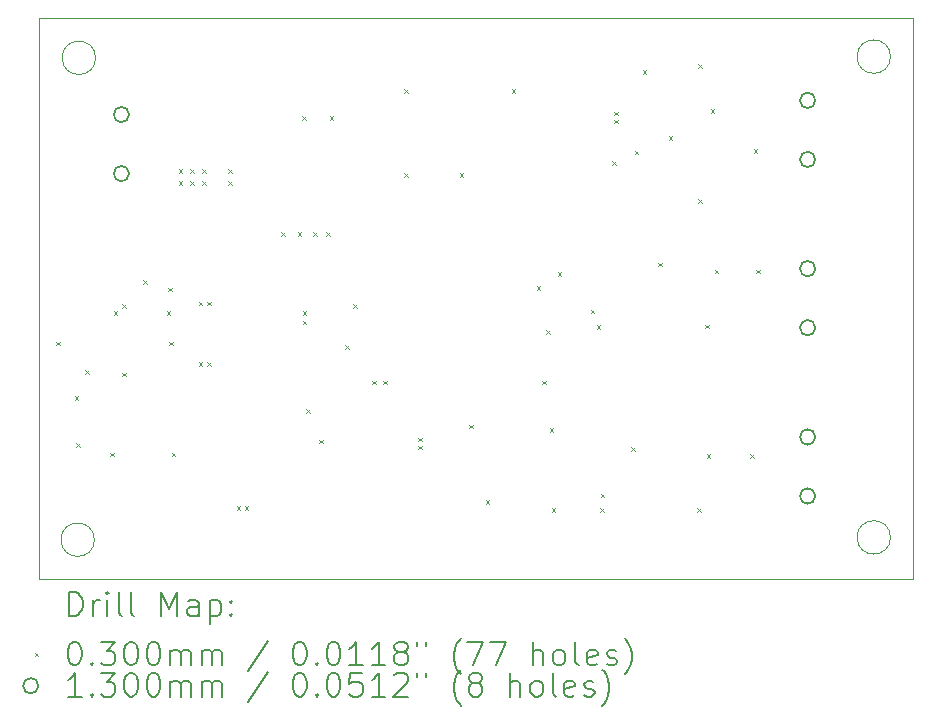
<source format=gbr>
%TF.GenerationSoftware,KiCad,Pcbnew,8.0.6*%
%TF.CreationDate,2024-11-16T21:15:43-08:00*%
%TF.ProjectId,CAN_adc,43414e5f-6164-4632-9e6b-696361645f70,rev?*%
%TF.SameCoordinates,Original*%
%TF.FileFunction,Drillmap*%
%TF.FilePolarity,Positive*%
%FSLAX45Y45*%
G04 Gerber Fmt 4.5, Leading zero omitted, Abs format (unit mm)*
G04 Created by KiCad (PCBNEW 8.0.6) date 2024-11-16 21:15:43*
%MOMM*%
%LPD*%
G01*
G04 APERTURE LIST*
%ADD10C,0.050000*%
%ADD11C,0.200000*%
%ADD12C,0.100000*%
%ADD13C,0.130000*%
G04 APERTURE END LIST*
D10*
X7481421Y-5340000D02*
G75*
G02*
X7198579Y-5340000I-141421J0D01*
G01*
X7198579Y-5340000D02*
G75*
G02*
X7481421Y-5340000I141421J0D01*
G01*
X14211421Y-9400000D02*
G75*
G02*
X13928579Y-9400000I-141421J0D01*
G01*
X13928579Y-9400000D02*
G75*
G02*
X14211421Y-9400000I141421J0D01*
G01*
X7471421Y-9420000D02*
G75*
G02*
X7188579Y-9420000I-141421J0D01*
G01*
X7188579Y-9420000D02*
G75*
G02*
X7471421Y-9420000I141421J0D01*
G01*
X14211421Y-5330000D02*
G75*
G02*
X13928579Y-5330000I-141421J0D01*
G01*
X13928579Y-5330000D02*
G75*
G02*
X14211421Y-5330000I141421J0D01*
G01*
X7000000Y-5000000D02*
X14400000Y-5000000D01*
X14400000Y-9750000D01*
X7000000Y-9750000D01*
X7000000Y-5000000D01*
D11*
D12*
X7147013Y-7742000D02*
X7177013Y-7772000D01*
X7177013Y-7742000D02*
X7147013Y-7772000D01*
X7307013Y-8202987D02*
X7337013Y-8232987D01*
X7337013Y-8202987D02*
X7307013Y-8232987D01*
X7318125Y-8601875D02*
X7348125Y-8631875D01*
X7348125Y-8601875D02*
X7318125Y-8631875D01*
X7395000Y-7985000D02*
X7425000Y-8015000D01*
X7425000Y-7985000D02*
X7395000Y-8015000D01*
X7605000Y-8685000D02*
X7635000Y-8715000D01*
X7635000Y-8685000D02*
X7605000Y-8715000D01*
X7635000Y-7485000D02*
X7665000Y-7515000D01*
X7665000Y-7485000D02*
X7635000Y-7515000D01*
X7705000Y-7425000D02*
X7735000Y-7455000D01*
X7735000Y-7425000D02*
X7705000Y-7455000D01*
X7705000Y-8005000D02*
X7735000Y-8035000D01*
X7735000Y-8005000D02*
X7705000Y-8035000D01*
X7885000Y-7225000D02*
X7915000Y-7255000D01*
X7915000Y-7225000D02*
X7885000Y-7255000D01*
X8085000Y-7485000D02*
X8115000Y-7515000D01*
X8115000Y-7485000D02*
X8085000Y-7515000D01*
X8095000Y-7285000D02*
X8125000Y-7315000D01*
X8125000Y-7285000D02*
X8095000Y-7315000D01*
X8105000Y-7745000D02*
X8135000Y-7775000D01*
X8135000Y-7745000D02*
X8105000Y-7775000D01*
X8125000Y-8685000D02*
X8155000Y-8715000D01*
X8155000Y-8685000D02*
X8125000Y-8715000D01*
X8185000Y-6285000D02*
X8215000Y-6315000D01*
X8215000Y-6285000D02*
X8185000Y-6315000D01*
X8185000Y-6385000D02*
X8215000Y-6415000D01*
X8215000Y-6385000D02*
X8185000Y-6415000D01*
X8285000Y-6285000D02*
X8315000Y-6315000D01*
X8315000Y-6285000D02*
X8285000Y-6315000D01*
X8285000Y-6385000D02*
X8315000Y-6415000D01*
X8315000Y-6385000D02*
X8285000Y-6415000D01*
X8355000Y-7405000D02*
X8385000Y-7435000D01*
X8385000Y-7405000D02*
X8355000Y-7435000D01*
X8355000Y-7915000D02*
X8385000Y-7945000D01*
X8385000Y-7915000D02*
X8355000Y-7945000D01*
X8385000Y-6285000D02*
X8415000Y-6315000D01*
X8415000Y-6285000D02*
X8385000Y-6315000D01*
X8385000Y-6385000D02*
X8415000Y-6415000D01*
X8415000Y-6385000D02*
X8385000Y-6415000D01*
X8425000Y-7405000D02*
X8455000Y-7435000D01*
X8455000Y-7405000D02*
X8425000Y-7435000D01*
X8425000Y-7915000D02*
X8455000Y-7945000D01*
X8455000Y-7915000D02*
X8425000Y-7945000D01*
X8605000Y-6285000D02*
X8635000Y-6315000D01*
X8635000Y-6285000D02*
X8605000Y-6315000D01*
X8605000Y-6385000D02*
X8635000Y-6415000D01*
X8635000Y-6385000D02*
X8605000Y-6415000D01*
X8675000Y-9135000D02*
X8705000Y-9165000D01*
X8705000Y-9135000D02*
X8675000Y-9165000D01*
X8745000Y-9135000D02*
X8775000Y-9165000D01*
X8775000Y-9135000D02*
X8745000Y-9165000D01*
X9055000Y-6815000D02*
X9085000Y-6845000D01*
X9085000Y-6815000D02*
X9055000Y-6845000D01*
X9195000Y-6815000D02*
X9225000Y-6845000D01*
X9225000Y-6815000D02*
X9195000Y-6845000D01*
X9230000Y-5835000D02*
X9260000Y-5865000D01*
X9260000Y-5835000D02*
X9230000Y-5865000D01*
X9235000Y-7485000D02*
X9265000Y-7515000D01*
X9265000Y-7485000D02*
X9235000Y-7515000D01*
X9235000Y-7565000D02*
X9265000Y-7595000D01*
X9265000Y-7565000D02*
X9235000Y-7595000D01*
X9265000Y-8315000D02*
X9295000Y-8345000D01*
X9295000Y-8315000D02*
X9265000Y-8345000D01*
X9325000Y-6815000D02*
X9355000Y-6845000D01*
X9355000Y-6815000D02*
X9325000Y-6845000D01*
X9375000Y-8575000D02*
X9405000Y-8605000D01*
X9405000Y-8575000D02*
X9375000Y-8605000D01*
X9435000Y-6815000D02*
X9465000Y-6845000D01*
X9465000Y-6815000D02*
X9435000Y-6845000D01*
X9465000Y-5835000D02*
X9495000Y-5865000D01*
X9495000Y-5835000D02*
X9465000Y-5865000D01*
X9595000Y-7775000D02*
X9625000Y-7805000D01*
X9625000Y-7775000D02*
X9595000Y-7805000D01*
X9665000Y-7425000D02*
X9695000Y-7455000D01*
X9695000Y-7425000D02*
X9665000Y-7455000D01*
X9825000Y-8075000D02*
X9855000Y-8105000D01*
X9855000Y-8075000D02*
X9825000Y-8105000D01*
X9915000Y-8075000D02*
X9945000Y-8105000D01*
X9945000Y-8075000D02*
X9915000Y-8105000D01*
X10095000Y-5603750D02*
X10125000Y-5633750D01*
X10125000Y-5603750D02*
X10095000Y-5633750D01*
X10095000Y-6317500D02*
X10125000Y-6347500D01*
X10125000Y-6317500D02*
X10095000Y-6347500D01*
X10215000Y-8555000D02*
X10245000Y-8585000D01*
X10245000Y-8555000D02*
X10215000Y-8585000D01*
X10215000Y-8625000D02*
X10245000Y-8655000D01*
X10245000Y-8625000D02*
X10215000Y-8655000D01*
X10565000Y-6315000D02*
X10595000Y-6345000D01*
X10595000Y-6315000D02*
X10565000Y-6345000D01*
X10645000Y-8445000D02*
X10675000Y-8475000D01*
X10675000Y-8445000D02*
X10645000Y-8475000D01*
X10785000Y-9085000D02*
X10815000Y-9115000D01*
X10815000Y-9085000D02*
X10785000Y-9115000D01*
X11005000Y-5605000D02*
X11035000Y-5635000D01*
X11035000Y-5605000D02*
X11005000Y-5635000D01*
X11215000Y-7275000D02*
X11245000Y-7305000D01*
X11245000Y-7275000D02*
X11215000Y-7305000D01*
X11265000Y-8075000D02*
X11295000Y-8105000D01*
X11295000Y-8075000D02*
X11265000Y-8105000D01*
X11295000Y-7645000D02*
X11325000Y-7675000D01*
X11325000Y-7645000D02*
X11295000Y-7675000D01*
X11325000Y-8475000D02*
X11355000Y-8505000D01*
X11355000Y-8475000D02*
X11325000Y-8505000D01*
X11345000Y-9155000D02*
X11375000Y-9185000D01*
X11375000Y-9155000D02*
X11345000Y-9185000D01*
X11395000Y-7155000D02*
X11425000Y-7185000D01*
X11425000Y-7155000D02*
X11395000Y-7185000D01*
X11675000Y-7471500D02*
X11705000Y-7501500D01*
X11705000Y-7471500D02*
X11675000Y-7501500D01*
X11725000Y-7605000D02*
X11755000Y-7635000D01*
X11755000Y-7605000D02*
X11725000Y-7635000D01*
X11755000Y-9155000D02*
X11785000Y-9185000D01*
X11785000Y-9155000D02*
X11755000Y-9185000D01*
X11760000Y-9030000D02*
X11790000Y-9060000D01*
X11790000Y-9030000D02*
X11760000Y-9060000D01*
X11855000Y-6215000D02*
X11885000Y-6245000D01*
X11885000Y-6215000D02*
X11855000Y-6245000D01*
X11875000Y-5795000D02*
X11905000Y-5825000D01*
X11905000Y-5795000D02*
X11875000Y-5825000D01*
X11875000Y-5865000D02*
X11905000Y-5895000D01*
X11905000Y-5865000D02*
X11875000Y-5895000D01*
X12015000Y-8635000D02*
X12045000Y-8665000D01*
X12045000Y-8635000D02*
X12015000Y-8665000D01*
X12045000Y-6125000D02*
X12075000Y-6155000D01*
X12075000Y-6125000D02*
X12045000Y-6155000D01*
X12115000Y-5445000D02*
X12145000Y-5475000D01*
X12145000Y-5445000D02*
X12115000Y-5475000D01*
X12245000Y-7075000D02*
X12275000Y-7105000D01*
X12275000Y-7075000D02*
X12245000Y-7105000D01*
X12335000Y-6005000D02*
X12365000Y-6035000D01*
X12365000Y-6005000D02*
X12335000Y-6035000D01*
X12575000Y-9155000D02*
X12605000Y-9185000D01*
X12605000Y-9155000D02*
X12575000Y-9185000D01*
X12585000Y-5395000D02*
X12615000Y-5425000D01*
X12615000Y-5395000D02*
X12585000Y-5425000D01*
X12585000Y-6535000D02*
X12615000Y-6565000D01*
X12615000Y-6535000D02*
X12585000Y-6565000D01*
X12641500Y-7598500D02*
X12671500Y-7628500D01*
X12671500Y-7598500D02*
X12641500Y-7628500D01*
X12657500Y-8695000D02*
X12687500Y-8725000D01*
X12687500Y-8695000D02*
X12657500Y-8725000D01*
X12688750Y-5775000D02*
X12718750Y-5805000D01*
X12718750Y-5775000D02*
X12688750Y-5805000D01*
X12725000Y-7135000D02*
X12755000Y-7165000D01*
X12755000Y-7135000D02*
X12725000Y-7165000D01*
X13025000Y-8695000D02*
X13055000Y-8725000D01*
X13055000Y-8695000D02*
X13025000Y-8725000D01*
X13055000Y-6115000D02*
X13085000Y-6145000D01*
X13085000Y-6115000D02*
X13055000Y-6145000D01*
X13075000Y-7135000D02*
X13105000Y-7165000D01*
X13105000Y-7135000D02*
X13075000Y-7165000D01*
D13*
X7765000Y-5820000D02*
G75*
G02*
X7635000Y-5820000I-65000J0D01*
G01*
X7635000Y-5820000D02*
G75*
G02*
X7765000Y-5820000I65000J0D01*
G01*
X7765000Y-6320000D02*
G75*
G02*
X7635000Y-6320000I-65000J0D01*
G01*
X7635000Y-6320000D02*
G75*
G02*
X7765000Y-6320000I65000J0D01*
G01*
X13575000Y-5700000D02*
G75*
G02*
X13445000Y-5700000I-65000J0D01*
G01*
X13445000Y-5700000D02*
G75*
G02*
X13575000Y-5700000I65000J0D01*
G01*
X13575000Y-6200000D02*
G75*
G02*
X13445000Y-6200000I-65000J0D01*
G01*
X13445000Y-6200000D02*
G75*
G02*
X13575000Y-6200000I65000J0D01*
G01*
X13575000Y-7125000D02*
G75*
G02*
X13445000Y-7125000I-65000J0D01*
G01*
X13445000Y-7125000D02*
G75*
G02*
X13575000Y-7125000I65000J0D01*
G01*
X13575000Y-7625000D02*
G75*
G02*
X13445000Y-7625000I-65000J0D01*
G01*
X13445000Y-7625000D02*
G75*
G02*
X13575000Y-7625000I65000J0D01*
G01*
X13575000Y-8550000D02*
G75*
G02*
X13445000Y-8550000I-65000J0D01*
G01*
X13445000Y-8550000D02*
G75*
G02*
X13575000Y-8550000I65000J0D01*
G01*
X13575000Y-9050000D02*
G75*
G02*
X13445000Y-9050000I-65000J0D01*
G01*
X13445000Y-9050000D02*
G75*
G02*
X13575000Y-9050000I65000J0D01*
G01*
D11*
X7258277Y-10063984D02*
X7258277Y-9863984D01*
X7258277Y-9863984D02*
X7305896Y-9863984D01*
X7305896Y-9863984D02*
X7334467Y-9873508D01*
X7334467Y-9873508D02*
X7353515Y-9892555D01*
X7353515Y-9892555D02*
X7363039Y-9911603D01*
X7363039Y-9911603D02*
X7372562Y-9949698D01*
X7372562Y-9949698D02*
X7372562Y-9978270D01*
X7372562Y-9978270D02*
X7363039Y-10016365D01*
X7363039Y-10016365D02*
X7353515Y-10035412D01*
X7353515Y-10035412D02*
X7334467Y-10054460D01*
X7334467Y-10054460D02*
X7305896Y-10063984D01*
X7305896Y-10063984D02*
X7258277Y-10063984D01*
X7458277Y-10063984D02*
X7458277Y-9930650D01*
X7458277Y-9968746D02*
X7467801Y-9949698D01*
X7467801Y-9949698D02*
X7477324Y-9940174D01*
X7477324Y-9940174D02*
X7496372Y-9930650D01*
X7496372Y-9930650D02*
X7515420Y-9930650D01*
X7582086Y-10063984D02*
X7582086Y-9930650D01*
X7582086Y-9863984D02*
X7572562Y-9873508D01*
X7572562Y-9873508D02*
X7582086Y-9883031D01*
X7582086Y-9883031D02*
X7591610Y-9873508D01*
X7591610Y-9873508D02*
X7582086Y-9863984D01*
X7582086Y-9863984D02*
X7582086Y-9883031D01*
X7705896Y-10063984D02*
X7686848Y-10054460D01*
X7686848Y-10054460D02*
X7677324Y-10035412D01*
X7677324Y-10035412D02*
X7677324Y-9863984D01*
X7810658Y-10063984D02*
X7791610Y-10054460D01*
X7791610Y-10054460D02*
X7782086Y-10035412D01*
X7782086Y-10035412D02*
X7782086Y-9863984D01*
X8039229Y-10063984D02*
X8039229Y-9863984D01*
X8039229Y-9863984D02*
X8105896Y-10006841D01*
X8105896Y-10006841D02*
X8172562Y-9863984D01*
X8172562Y-9863984D02*
X8172562Y-10063984D01*
X8353515Y-10063984D02*
X8353515Y-9959222D01*
X8353515Y-9959222D02*
X8343991Y-9940174D01*
X8343991Y-9940174D02*
X8324943Y-9930650D01*
X8324943Y-9930650D02*
X8286848Y-9930650D01*
X8286848Y-9930650D02*
X8267801Y-9940174D01*
X8353515Y-10054460D02*
X8334467Y-10063984D01*
X8334467Y-10063984D02*
X8286848Y-10063984D01*
X8286848Y-10063984D02*
X8267801Y-10054460D01*
X8267801Y-10054460D02*
X8258277Y-10035412D01*
X8258277Y-10035412D02*
X8258277Y-10016365D01*
X8258277Y-10016365D02*
X8267801Y-9997317D01*
X8267801Y-9997317D02*
X8286848Y-9987793D01*
X8286848Y-9987793D02*
X8334467Y-9987793D01*
X8334467Y-9987793D02*
X8353515Y-9978270D01*
X8448753Y-9930650D02*
X8448753Y-10130650D01*
X8448753Y-9940174D02*
X8467801Y-9930650D01*
X8467801Y-9930650D02*
X8505896Y-9930650D01*
X8505896Y-9930650D02*
X8524944Y-9940174D01*
X8524944Y-9940174D02*
X8534467Y-9949698D01*
X8534467Y-9949698D02*
X8543991Y-9968746D01*
X8543991Y-9968746D02*
X8543991Y-10025889D01*
X8543991Y-10025889D02*
X8534467Y-10044936D01*
X8534467Y-10044936D02*
X8524944Y-10054460D01*
X8524944Y-10054460D02*
X8505896Y-10063984D01*
X8505896Y-10063984D02*
X8467801Y-10063984D01*
X8467801Y-10063984D02*
X8448753Y-10054460D01*
X8629705Y-10044936D02*
X8639229Y-10054460D01*
X8639229Y-10054460D02*
X8629705Y-10063984D01*
X8629705Y-10063984D02*
X8620182Y-10054460D01*
X8620182Y-10054460D02*
X8629705Y-10044936D01*
X8629705Y-10044936D02*
X8629705Y-10063984D01*
X8629705Y-9940174D02*
X8639229Y-9949698D01*
X8639229Y-9949698D02*
X8629705Y-9959222D01*
X8629705Y-9959222D02*
X8620182Y-9949698D01*
X8620182Y-9949698D02*
X8629705Y-9940174D01*
X8629705Y-9940174D02*
X8629705Y-9959222D01*
D12*
X6967500Y-10377500D02*
X6997500Y-10407500D01*
X6997500Y-10377500D02*
X6967500Y-10407500D01*
D11*
X7296372Y-10283984D02*
X7315420Y-10283984D01*
X7315420Y-10283984D02*
X7334467Y-10293508D01*
X7334467Y-10293508D02*
X7343991Y-10303031D01*
X7343991Y-10303031D02*
X7353515Y-10322079D01*
X7353515Y-10322079D02*
X7363039Y-10360174D01*
X7363039Y-10360174D02*
X7363039Y-10407793D01*
X7363039Y-10407793D02*
X7353515Y-10445889D01*
X7353515Y-10445889D02*
X7343991Y-10464936D01*
X7343991Y-10464936D02*
X7334467Y-10474460D01*
X7334467Y-10474460D02*
X7315420Y-10483984D01*
X7315420Y-10483984D02*
X7296372Y-10483984D01*
X7296372Y-10483984D02*
X7277324Y-10474460D01*
X7277324Y-10474460D02*
X7267801Y-10464936D01*
X7267801Y-10464936D02*
X7258277Y-10445889D01*
X7258277Y-10445889D02*
X7248753Y-10407793D01*
X7248753Y-10407793D02*
X7248753Y-10360174D01*
X7248753Y-10360174D02*
X7258277Y-10322079D01*
X7258277Y-10322079D02*
X7267801Y-10303031D01*
X7267801Y-10303031D02*
X7277324Y-10293508D01*
X7277324Y-10293508D02*
X7296372Y-10283984D01*
X7448753Y-10464936D02*
X7458277Y-10474460D01*
X7458277Y-10474460D02*
X7448753Y-10483984D01*
X7448753Y-10483984D02*
X7439229Y-10474460D01*
X7439229Y-10474460D02*
X7448753Y-10464936D01*
X7448753Y-10464936D02*
X7448753Y-10483984D01*
X7524943Y-10283984D02*
X7648753Y-10283984D01*
X7648753Y-10283984D02*
X7582086Y-10360174D01*
X7582086Y-10360174D02*
X7610658Y-10360174D01*
X7610658Y-10360174D02*
X7629705Y-10369698D01*
X7629705Y-10369698D02*
X7639229Y-10379222D01*
X7639229Y-10379222D02*
X7648753Y-10398270D01*
X7648753Y-10398270D02*
X7648753Y-10445889D01*
X7648753Y-10445889D02*
X7639229Y-10464936D01*
X7639229Y-10464936D02*
X7629705Y-10474460D01*
X7629705Y-10474460D02*
X7610658Y-10483984D01*
X7610658Y-10483984D02*
X7553515Y-10483984D01*
X7553515Y-10483984D02*
X7534467Y-10474460D01*
X7534467Y-10474460D02*
X7524943Y-10464936D01*
X7772562Y-10283984D02*
X7791610Y-10283984D01*
X7791610Y-10283984D02*
X7810658Y-10293508D01*
X7810658Y-10293508D02*
X7820182Y-10303031D01*
X7820182Y-10303031D02*
X7829705Y-10322079D01*
X7829705Y-10322079D02*
X7839229Y-10360174D01*
X7839229Y-10360174D02*
X7839229Y-10407793D01*
X7839229Y-10407793D02*
X7829705Y-10445889D01*
X7829705Y-10445889D02*
X7820182Y-10464936D01*
X7820182Y-10464936D02*
X7810658Y-10474460D01*
X7810658Y-10474460D02*
X7791610Y-10483984D01*
X7791610Y-10483984D02*
X7772562Y-10483984D01*
X7772562Y-10483984D02*
X7753515Y-10474460D01*
X7753515Y-10474460D02*
X7743991Y-10464936D01*
X7743991Y-10464936D02*
X7734467Y-10445889D01*
X7734467Y-10445889D02*
X7724943Y-10407793D01*
X7724943Y-10407793D02*
X7724943Y-10360174D01*
X7724943Y-10360174D02*
X7734467Y-10322079D01*
X7734467Y-10322079D02*
X7743991Y-10303031D01*
X7743991Y-10303031D02*
X7753515Y-10293508D01*
X7753515Y-10293508D02*
X7772562Y-10283984D01*
X7963039Y-10283984D02*
X7982086Y-10283984D01*
X7982086Y-10283984D02*
X8001134Y-10293508D01*
X8001134Y-10293508D02*
X8010658Y-10303031D01*
X8010658Y-10303031D02*
X8020182Y-10322079D01*
X8020182Y-10322079D02*
X8029705Y-10360174D01*
X8029705Y-10360174D02*
X8029705Y-10407793D01*
X8029705Y-10407793D02*
X8020182Y-10445889D01*
X8020182Y-10445889D02*
X8010658Y-10464936D01*
X8010658Y-10464936D02*
X8001134Y-10474460D01*
X8001134Y-10474460D02*
X7982086Y-10483984D01*
X7982086Y-10483984D02*
X7963039Y-10483984D01*
X7963039Y-10483984D02*
X7943991Y-10474460D01*
X7943991Y-10474460D02*
X7934467Y-10464936D01*
X7934467Y-10464936D02*
X7924943Y-10445889D01*
X7924943Y-10445889D02*
X7915420Y-10407793D01*
X7915420Y-10407793D02*
X7915420Y-10360174D01*
X7915420Y-10360174D02*
X7924943Y-10322079D01*
X7924943Y-10322079D02*
X7934467Y-10303031D01*
X7934467Y-10303031D02*
X7943991Y-10293508D01*
X7943991Y-10293508D02*
X7963039Y-10283984D01*
X8115420Y-10483984D02*
X8115420Y-10350650D01*
X8115420Y-10369698D02*
X8124943Y-10360174D01*
X8124943Y-10360174D02*
X8143991Y-10350650D01*
X8143991Y-10350650D02*
X8172563Y-10350650D01*
X8172563Y-10350650D02*
X8191610Y-10360174D01*
X8191610Y-10360174D02*
X8201134Y-10379222D01*
X8201134Y-10379222D02*
X8201134Y-10483984D01*
X8201134Y-10379222D02*
X8210658Y-10360174D01*
X8210658Y-10360174D02*
X8229705Y-10350650D01*
X8229705Y-10350650D02*
X8258277Y-10350650D01*
X8258277Y-10350650D02*
X8277324Y-10360174D01*
X8277324Y-10360174D02*
X8286848Y-10379222D01*
X8286848Y-10379222D02*
X8286848Y-10483984D01*
X8382086Y-10483984D02*
X8382086Y-10350650D01*
X8382086Y-10369698D02*
X8391610Y-10360174D01*
X8391610Y-10360174D02*
X8410658Y-10350650D01*
X8410658Y-10350650D02*
X8439229Y-10350650D01*
X8439229Y-10350650D02*
X8458277Y-10360174D01*
X8458277Y-10360174D02*
X8467801Y-10379222D01*
X8467801Y-10379222D02*
X8467801Y-10483984D01*
X8467801Y-10379222D02*
X8477325Y-10360174D01*
X8477325Y-10360174D02*
X8496372Y-10350650D01*
X8496372Y-10350650D02*
X8524944Y-10350650D01*
X8524944Y-10350650D02*
X8543991Y-10360174D01*
X8543991Y-10360174D02*
X8553515Y-10379222D01*
X8553515Y-10379222D02*
X8553515Y-10483984D01*
X8943991Y-10274460D02*
X8772563Y-10531603D01*
X9201134Y-10283984D02*
X9220182Y-10283984D01*
X9220182Y-10283984D02*
X9239229Y-10293508D01*
X9239229Y-10293508D02*
X9248753Y-10303031D01*
X9248753Y-10303031D02*
X9258277Y-10322079D01*
X9258277Y-10322079D02*
X9267801Y-10360174D01*
X9267801Y-10360174D02*
X9267801Y-10407793D01*
X9267801Y-10407793D02*
X9258277Y-10445889D01*
X9258277Y-10445889D02*
X9248753Y-10464936D01*
X9248753Y-10464936D02*
X9239229Y-10474460D01*
X9239229Y-10474460D02*
X9220182Y-10483984D01*
X9220182Y-10483984D02*
X9201134Y-10483984D01*
X9201134Y-10483984D02*
X9182087Y-10474460D01*
X9182087Y-10474460D02*
X9172563Y-10464936D01*
X9172563Y-10464936D02*
X9163039Y-10445889D01*
X9163039Y-10445889D02*
X9153515Y-10407793D01*
X9153515Y-10407793D02*
X9153515Y-10360174D01*
X9153515Y-10360174D02*
X9163039Y-10322079D01*
X9163039Y-10322079D02*
X9172563Y-10303031D01*
X9172563Y-10303031D02*
X9182087Y-10293508D01*
X9182087Y-10293508D02*
X9201134Y-10283984D01*
X9353515Y-10464936D02*
X9363039Y-10474460D01*
X9363039Y-10474460D02*
X9353515Y-10483984D01*
X9353515Y-10483984D02*
X9343991Y-10474460D01*
X9343991Y-10474460D02*
X9353515Y-10464936D01*
X9353515Y-10464936D02*
X9353515Y-10483984D01*
X9486848Y-10283984D02*
X9505896Y-10283984D01*
X9505896Y-10283984D02*
X9524944Y-10293508D01*
X9524944Y-10293508D02*
X9534468Y-10303031D01*
X9534468Y-10303031D02*
X9543991Y-10322079D01*
X9543991Y-10322079D02*
X9553515Y-10360174D01*
X9553515Y-10360174D02*
X9553515Y-10407793D01*
X9553515Y-10407793D02*
X9543991Y-10445889D01*
X9543991Y-10445889D02*
X9534468Y-10464936D01*
X9534468Y-10464936D02*
X9524944Y-10474460D01*
X9524944Y-10474460D02*
X9505896Y-10483984D01*
X9505896Y-10483984D02*
X9486848Y-10483984D01*
X9486848Y-10483984D02*
X9467801Y-10474460D01*
X9467801Y-10474460D02*
X9458277Y-10464936D01*
X9458277Y-10464936D02*
X9448753Y-10445889D01*
X9448753Y-10445889D02*
X9439229Y-10407793D01*
X9439229Y-10407793D02*
X9439229Y-10360174D01*
X9439229Y-10360174D02*
X9448753Y-10322079D01*
X9448753Y-10322079D02*
X9458277Y-10303031D01*
X9458277Y-10303031D02*
X9467801Y-10293508D01*
X9467801Y-10293508D02*
X9486848Y-10283984D01*
X9743991Y-10483984D02*
X9629706Y-10483984D01*
X9686848Y-10483984D02*
X9686848Y-10283984D01*
X9686848Y-10283984D02*
X9667801Y-10312555D01*
X9667801Y-10312555D02*
X9648753Y-10331603D01*
X9648753Y-10331603D02*
X9629706Y-10341127D01*
X9934468Y-10483984D02*
X9820182Y-10483984D01*
X9877325Y-10483984D02*
X9877325Y-10283984D01*
X9877325Y-10283984D02*
X9858277Y-10312555D01*
X9858277Y-10312555D02*
X9839229Y-10331603D01*
X9839229Y-10331603D02*
X9820182Y-10341127D01*
X10048753Y-10369698D02*
X10029706Y-10360174D01*
X10029706Y-10360174D02*
X10020182Y-10350650D01*
X10020182Y-10350650D02*
X10010658Y-10331603D01*
X10010658Y-10331603D02*
X10010658Y-10322079D01*
X10010658Y-10322079D02*
X10020182Y-10303031D01*
X10020182Y-10303031D02*
X10029706Y-10293508D01*
X10029706Y-10293508D02*
X10048753Y-10283984D01*
X10048753Y-10283984D02*
X10086849Y-10283984D01*
X10086849Y-10283984D02*
X10105896Y-10293508D01*
X10105896Y-10293508D02*
X10115420Y-10303031D01*
X10115420Y-10303031D02*
X10124944Y-10322079D01*
X10124944Y-10322079D02*
X10124944Y-10331603D01*
X10124944Y-10331603D02*
X10115420Y-10350650D01*
X10115420Y-10350650D02*
X10105896Y-10360174D01*
X10105896Y-10360174D02*
X10086849Y-10369698D01*
X10086849Y-10369698D02*
X10048753Y-10369698D01*
X10048753Y-10369698D02*
X10029706Y-10379222D01*
X10029706Y-10379222D02*
X10020182Y-10388746D01*
X10020182Y-10388746D02*
X10010658Y-10407793D01*
X10010658Y-10407793D02*
X10010658Y-10445889D01*
X10010658Y-10445889D02*
X10020182Y-10464936D01*
X10020182Y-10464936D02*
X10029706Y-10474460D01*
X10029706Y-10474460D02*
X10048753Y-10483984D01*
X10048753Y-10483984D02*
X10086849Y-10483984D01*
X10086849Y-10483984D02*
X10105896Y-10474460D01*
X10105896Y-10474460D02*
X10115420Y-10464936D01*
X10115420Y-10464936D02*
X10124944Y-10445889D01*
X10124944Y-10445889D02*
X10124944Y-10407793D01*
X10124944Y-10407793D02*
X10115420Y-10388746D01*
X10115420Y-10388746D02*
X10105896Y-10379222D01*
X10105896Y-10379222D02*
X10086849Y-10369698D01*
X10201134Y-10283984D02*
X10201134Y-10322079D01*
X10277325Y-10283984D02*
X10277325Y-10322079D01*
X10572563Y-10560174D02*
X10563039Y-10550650D01*
X10563039Y-10550650D02*
X10543991Y-10522079D01*
X10543991Y-10522079D02*
X10534468Y-10503031D01*
X10534468Y-10503031D02*
X10524944Y-10474460D01*
X10524944Y-10474460D02*
X10515420Y-10426841D01*
X10515420Y-10426841D02*
X10515420Y-10388746D01*
X10515420Y-10388746D02*
X10524944Y-10341127D01*
X10524944Y-10341127D02*
X10534468Y-10312555D01*
X10534468Y-10312555D02*
X10543991Y-10293508D01*
X10543991Y-10293508D02*
X10563039Y-10264936D01*
X10563039Y-10264936D02*
X10572563Y-10255412D01*
X10629706Y-10283984D02*
X10763039Y-10283984D01*
X10763039Y-10283984D02*
X10677325Y-10483984D01*
X10820182Y-10283984D02*
X10953515Y-10283984D01*
X10953515Y-10283984D02*
X10867801Y-10483984D01*
X11182087Y-10483984D02*
X11182087Y-10283984D01*
X11267801Y-10483984D02*
X11267801Y-10379222D01*
X11267801Y-10379222D02*
X11258277Y-10360174D01*
X11258277Y-10360174D02*
X11239230Y-10350650D01*
X11239230Y-10350650D02*
X11210658Y-10350650D01*
X11210658Y-10350650D02*
X11191610Y-10360174D01*
X11191610Y-10360174D02*
X11182087Y-10369698D01*
X11391610Y-10483984D02*
X11372563Y-10474460D01*
X11372563Y-10474460D02*
X11363039Y-10464936D01*
X11363039Y-10464936D02*
X11353515Y-10445889D01*
X11353515Y-10445889D02*
X11353515Y-10388746D01*
X11353515Y-10388746D02*
X11363039Y-10369698D01*
X11363039Y-10369698D02*
X11372563Y-10360174D01*
X11372563Y-10360174D02*
X11391610Y-10350650D01*
X11391610Y-10350650D02*
X11420182Y-10350650D01*
X11420182Y-10350650D02*
X11439230Y-10360174D01*
X11439230Y-10360174D02*
X11448753Y-10369698D01*
X11448753Y-10369698D02*
X11458277Y-10388746D01*
X11458277Y-10388746D02*
X11458277Y-10445889D01*
X11458277Y-10445889D02*
X11448753Y-10464936D01*
X11448753Y-10464936D02*
X11439230Y-10474460D01*
X11439230Y-10474460D02*
X11420182Y-10483984D01*
X11420182Y-10483984D02*
X11391610Y-10483984D01*
X11572563Y-10483984D02*
X11553515Y-10474460D01*
X11553515Y-10474460D02*
X11543991Y-10455412D01*
X11543991Y-10455412D02*
X11543991Y-10283984D01*
X11724944Y-10474460D02*
X11705896Y-10483984D01*
X11705896Y-10483984D02*
X11667801Y-10483984D01*
X11667801Y-10483984D02*
X11648753Y-10474460D01*
X11648753Y-10474460D02*
X11639230Y-10455412D01*
X11639230Y-10455412D02*
X11639230Y-10379222D01*
X11639230Y-10379222D02*
X11648753Y-10360174D01*
X11648753Y-10360174D02*
X11667801Y-10350650D01*
X11667801Y-10350650D02*
X11705896Y-10350650D01*
X11705896Y-10350650D02*
X11724944Y-10360174D01*
X11724944Y-10360174D02*
X11734468Y-10379222D01*
X11734468Y-10379222D02*
X11734468Y-10398270D01*
X11734468Y-10398270D02*
X11639230Y-10417317D01*
X11810658Y-10474460D02*
X11829706Y-10483984D01*
X11829706Y-10483984D02*
X11867801Y-10483984D01*
X11867801Y-10483984D02*
X11886849Y-10474460D01*
X11886849Y-10474460D02*
X11896372Y-10455412D01*
X11896372Y-10455412D02*
X11896372Y-10445889D01*
X11896372Y-10445889D02*
X11886849Y-10426841D01*
X11886849Y-10426841D02*
X11867801Y-10417317D01*
X11867801Y-10417317D02*
X11839230Y-10417317D01*
X11839230Y-10417317D02*
X11820182Y-10407793D01*
X11820182Y-10407793D02*
X11810658Y-10388746D01*
X11810658Y-10388746D02*
X11810658Y-10379222D01*
X11810658Y-10379222D02*
X11820182Y-10360174D01*
X11820182Y-10360174D02*
X11839230Y-10350650D01*
X11839230Y-10350650D02*
X11867801Y-10350650D01*
X11867801Y-10350650D02*
X11886849Y-10360174D01*
X11963039Y-10560174D02*
X11972563Y-10550650D01*
X11972563Y-10550650D02*
X11991611Y-10522079D01*
X11991611Y-10522079D02*
X12001134Y-10503031D01*
X12001134Y-10503031D02*
X12010658Y-10474460D01*
X12010658Y-10474460D02*
X12020182Y-10426841D01*
X12020182Y-10426841D02*
X12020182Y-10388746D01*
X12020182Y-10388746D02*
X12010658Y-10341127D01*
X12010658Y-10341127D02*
X12001134Y-10312555D01*
X12001134Y-10312555D02*
X11991611Y-10293508D01*
X11991611Y-10293508D02*
X11972563Y-10264936D01*
X11972563Y-10264936D02*
X11963039Y-10255412D01*
D13*
X6997500Y-10656500D02*
G75*
G02*
X6867500Y-10656500I-65000J0D01*
G01*
X6867500Y-10656500D02*
G75*
G02*
X6997500Y-10656500I65000J0D01*
G01*
D11*
X7363039Y-10747984D02*
X7248753Y-10747984D01*
X7305896Y-10747984D02*
X7305896Y-10547984D01*
X7305896Y-10547984D02*
X7286848Y-10576555D01*
X7286848Y-10576555D02*
X7267801Y-10595603D01*
X7267801Y-10595603D02*
X7248753Y-10605127D01*
X7448753Y-10728936D02*
X7458277Y-10738460D01*
X7458277Y-10738460D02*
X7448753Y-10747984D01*
X7448753Y-10747984D02*
X7439229Y-10738460D01*
X7439229Y-10738460D02*
X7448753Y-10728936D01*
X7448753Y-10728936D02*
X7448753Y-10747984D01*
X7524943Y-10547984D02*
X7648753Y-10547984D01*
X7648753Y-10547984D02*
X7582086Y-10624174D01*
X7582086Y-10624174D02*
X7610658Y-10624174D01*
X7610658Y-10624174D02*
X7629705Y-10633698D01*
X7629705Y-10633698D02*
X7639229Y-10643222D01*
X7639229Y-10643222D02*
X7648753Y-10662270D01*
X7648753Y-10662270D02*
X7648753Y-10709889D01*
X7648753Y-10709889D02*
X7639229Y-10728936D01*
X7639229Y-10728936D02*
X7629705Y-10738460D01*
X7629705Y-10738460D02*
X7610658Y-10747984D01*
X7610658Y-10747984D02*
X7553515Y-10747984D01*
X7553515Y-10747984D02*
X7534467Y-10738460D01*
X7534467Y-10738460D02*
X7524943Y-10728936D01*
X7772562Y-10547984D02*
X7791610Y-10547984D01*
X7791610Y-10547984D02*
X7810658Y-10557508D01*
X7810658Y-10557508D02*
X7820182Y-10567031D01*
X7820182Y-10567031D02*
X7829705Y-10586079D01*
X7829705Y-10586079D02*
X7839229Y-10624174D01*
X7839229Y-10624174D02*
X7839229Y-10671793D01*
X7839229Y-10671793D02*
X7829705Y-10709889D01*
X7829705Y-10709889D02*
X7820182Y-10728936D01*
X7820182Y-10728936D02*
X7810658Y-10738460D01*
X7810658Y-10738460D02*
X7791610Y-10747984D01*
X7791610Y-10747984D02*
X7772562Y-10747984D01*
X7772562Y-10747984D02*
X7753515Y-10738460D01*
X7753515Y-10738460D02*
X7743991Y-10728936D01*
X7743991Y-10728936D02*
X7734467Y-10709889D01*
X7734467Y-10709889D02*
X7724943Y-10671793D01*
X7724943Y-10671793D02*
X7724943Y-10624174D01*
X7724943Y-10624174D02*
X7734467Y-10586079D01*
X7734467Y-10586079D02*
X7743991Y-10567031D01*
X7743991Y-10567031D02*
X7753515Y-10557508D01*
X7753515Y-10557508D02*
X7772562Y-10547984D01*
X7963039Y-10547984D02*
X7982086Y-10547984D01*
X7982086Y-10547984D02*
X8001134Y-10557508D01*
X8001134Y-10557508D02*
X8010658Y-10567031D01*
X8010658Y-10567031D02*
X8020182Y-10586079D01*
X8020182Y-10586079D02*
X8029705Y-10624174D01*
X8029705Y-10624174D02*
X8029705Y-10671793D01*
X8029705Y-10671793D02*
X8020182Y-10709889D01*
X8020182Y-10709889D02*
X8010658Y-10728936D01*
X8010658Y-10728936D02*
X8001134Y-10738460D01*
X8001134Y-10738460D02*
X7982086Y-10747984D01*
X7982086Y-10747984D02*
X7963039Y-10747984D01*
X7963039Y-10747984D02*
X7943991Y-10738460D01*
X7943991Y-10738460D02*
X7934467Y-10728936D01*
X7934467Y-10728936D02*
X7924943Y-10709889D01*
X7924943Y-10709889D02*
X7915420Y-10671793D01*
X7915420Y-10671793D02*
X7915420Y-10624174D01*
X7915420Y-10624174D02*
X7924943Y-10586079D01*
X7924943Y-10586079D02*
X7934467Y-10567031D01*
X7934467Y-10567031D02*
X7943991Y-10557508D01*
X7943991Y-10557508D02*
X7963039Y-10547984D01*
X8115420Y-10747984D02*
X8115420Y-10614650D01*
X8115420Y-10633698D02*
X8124943Y-10624174D01*
X8124943Y-10624174D02*
X8143991Y-10614650D01*
X8143991Y-10614650D02*
X8172563Y-10614650D01*
X8172563Y-10614650D02*
X8191610Y-10624174D01*
X8191610Y-10624174D02*
X8201134Y-10643222D01*
X8201134Y-10643222D02*
X8201134Y-10747984D01*
X8201134Y-10643222D02*
X8210658Y-10624174D01*
X8210658Y-10624174D02*
X8229705Y-10614650D01*
X8229705Y-10614650D02*
X8258277Y-10614650D01*
X8258277Y-10614650D02*
X8277324Y-10624174D01*
X8277324Y-10624174D02*
X8286848Y-10643222D01*
X8286848Y-10643222D02*
X8286848Y-10747984D01*
X8382086Y-10747984D02*
X8382086Y-10614650D01*
X8382086Y-10633698D02*
X8391610Y-10624174D01*
X8391610Y-10624174D02*
X8410658Y-10614650D01*
X8410658Y-10614650D02*
X8439229Y-10614650D01*
X8439229Y-10614650D02*
X8458277Y-10624174D01*
X8458277Y-10624174D02*
X8467801Y-10643222D01*
X8467801Y-10643222D02*
X8467801Y-10747984D01*
X8467801Y-10643222D02*
X8477325Y-10624174D01*
X8477325Y-10624174D02*
X8496372Y-10614650D01*
X8496372Y-10614650D02*
X8524944Y-10614650D01*
X8524944Y-10614650D02*
X8543991Y-10624174D01*
X8543991Y-10624174D02*
X8553515Y-10643222D01*
X8553515Y-10643222D02*
X8553515Y-10747984D01*
X8943991Y-10538460D02*
X8772563Y-10795603D01*
X9201134Y-10547984D02*
X9220182Y-10547984D01*
X9220182Y-10547984D02*
X9239229Y-10557508D01*
X9239229Y-10557508D02*
X9248753Y-10567031D01*
X9248753Y-10567031D02*
X9258277Y-10586079D01*
X9258277Y-10586079D02*
X9267801Y-10624174D01*
X9267801Y-10624174D02*
X9267801Y-10671793D01*
X9267801Y-10671793D02*
X9258277Y-10709889D01*
X9258277Y-10709889D02*
X9248753Y-10728936D01*
X9248753Y-10728936D02*
X9239229Y-10738460D01*
X9239229Y-10738460D02*
X9220182Y-10747984D01*
X9220182Y-10747984D02*
X9201134Y-10747984D01*
X9201134Y-10747984D02*
X9182087Y-10738460D01*
X9182087Y-10738460D02*
X9172563Y-10728936D01*
X9172563Y-10728936D02*
X9163039Y-10709889D01*
X9163039Y-10709889D02*
X9153515Y-10671793D01*
X9153515Y-10671793D02*
X9153515Y-10624174D01*
X9153515Y-10624174D02*
X9163039Y-10586079D01*
X9163039Y-10586079D02*
X9172563Y-10567031D01*
X9172563Y-10567031D02*
X9182087Y-10557508D01*
X9182087Y-10557508D02*
X9201134Y-10547984D01*
X9353515Y-10728936D02*
X9363039Y-10738460D01*
X9363039Y-10738460D02*
X9353515Y-10747984D01*
X9353515Y-10747984D02*
X9343991Y-10738460D01*
X9343991Y-10738460D02*
X9353515Y-10728936D01*
X9353515Y-10728936D02*
X9353515Y-10747984D01*
X9486848Y-10547984D02*
X9505896Y-10547984D01*
X9505896Y-10547984D02*
X9524944Y-10557508D01*
X9524944Y-10557508D02*
X9534468Y-10567031D01*
X9534468Y-10567031D02*
X9543991Y-10586079D01*
X9543991Y-10586079D02*
X9553515Y-10624174D01*
X9553515Y-10624174D02*
X9553515Y-10671793D01*
X9553515Y-10671793D02*
X9543991Y-10709889D01*
X9543991Y-10709889D02*
X9534468Y-10728936D01*
X9534468Y-10728936D02*
X9524944Y-10738460D01*
X9524944Y-10738460D02*
X9505896Y-10747984D01*
X9505896Y-10747984D02*
X9486848Y-10747984D01*
X9486848Y-10747984D02*
X9467801Y-10738460D01*
X9467801Y-10738460D02*
X9458277Y-10728936D01*
X9458277Y-10728936D02*
X9448753Y-10709889D01*
X9448753Y-10709889D02*
X9439229Y-10671793D01*
X9439229Y-10671793D02*
X9439229Y-10624174D01*
X9439229Y-10624174D02*
X9448753Y-10586079D01*
X9448753Y-10586079D02*
X9458277Y-10567031D01*
X9458277Y-10567031D02*
X9467801Y-10557508D01*
X9467801Y-10557508D02*
X9486848Y-10547984D01*
X9734468Y-10547984D02*
X9639229Y-10547984D01*
X9639229Y-10547984D02*
X9629706Y-10643222D01*
X9629706Y-10643222D02*
X9639229Y-10633698D01*
X9639229Y-10633698D02*
X9658277Y-10624174D01*
X9658277Y-10624174D02*
X9705896Y-10624174D01*
X9705896Y-10624174D02*
X9724944Y-10633698D01*
X9724944Y-10633698D02*
X9734468Y-10643222D01*
X9734468Y-10643222D02*
X9743991Y-10662270D01*
X9743991Y-10662270D02*
X9743991Y-10709889D01*
X9743991Y-10709889D02*
X9734468Y-10728936D01*
X9734468Y-10728936D02*
X9724944Y-10738460D01*
X9724944Y-10738460D02*
X9705896Y-10747984D01*
X9705896Y-10747984D02*
X9658277Y-10747984D01*
X9658277Y-10747984D02*
X9639229Y-10738460D01*
X9639229Y-10738460D02*
X9629706Y-10728936D01*
X9934468Y-10747984D02*
X9820182Y-10747984D01*
X9877325Y-10747984D02*
X9877325Y-10547984D01*
X9877325Y-10547984D02*
X9858277Y-10576555D01*
X9858277Y-10576555D02*
X9839229Y-10595603D01*
X9839229Y-10595603D02*
X9820182Y-10605127D01*
X10010658Y-10567031D02*
X10020182Y-10557508D01*
X10020182Y-10557508D02*
X10039229Y-10547984D01*
X10039229Y-10547984D02*
X10086849Y-10547984D01*
X10086849Y-10547984D02*
X10105896Y-10557508D01*
X10105896Y-10557508D02*
X10115420Y-10567031D01*
X10115420Y-10567031D02*
X10124944Y-10586079D01*
X10124944Y-10586079D02*
X10124944Y-10605127D01*
X10124944Y-10605127D02*
X10115420Y-10633698D01*
X10115420Y-10633698D02*
X10001134Y-10747984D01*
X10001134Y-10747984D02*
X10124944Y-10747984D01*
X10201134Y-10547984D02*
X10201134Y-10586079D01*
X10277325Y-10547984D02*
X10277325Y-10586079D01*
X10572563Y-10824174D02*
X10563039Y-10814650D01*
X10563039Y-10814650D02*
X10543991Y-10786079D01*
X10543991Y-10786079D02*
X10534468Y-10767031D01*
X10534468Y-10767031D02*
X10524944Y-10738460D01*
X10524944Y-10738460D02*
X10515420Y-10690841D01*
X10515420Y-10690841D02*
X10515420Y-10652746D01*
X10515420Y-10652746D02*
X10524944Y-10605127D01*
X10524944Y-10605127D02*
X10534468Y-10576555D01*
X10534468Y-10576555D02*
X10543991Y-10557508D01*
X10543991Y-10557508D02*
X10563039Y-10528936D01*
X10563039Y-10528936D02*
X10572563Y-10519412D01*
X10677325Y-10633698D02*
X10658277Y-10624174D01*
X10658277Y-10624174D02*
X10648753Y-10614650D01*
X10648753Y-10614650D02*
X10639230Y-10595603D01*
X10639230Y-10595603D02*
X10639230Y-10586079D01*
X10639230Y-10586079D02*
X10648753Y-10567031D01*
X10648753Y-10567031D02*
X10658277Y-10557508D01*
X10658277Y-10557508D02*
X10677325Y-10547984D01*
X10677325Y-10547984D02*
X10715420Y-10547984D01*
X10715420Y-10547984D02*
X10734468Y-10557508D01*
X10734468Y-10557508D02*
X10743991Y-10567031D01*
X10743991Y-10567031D02*
X10753515Y-10586079D01*
X10753515Y-10586079D02*
X10753515Y-10595603D01*
X10753515Y-10595603D02*
X10743991Y-10614650D01*
X10743991Y-10614650D02*
X10734468Y-10624174D01*
X10734468Y-10624174D02*
X10715420Y-10633698D01*
X10715420Y-10633698D02*
X10677325Y-10633698D01*
X10677325Y-10633698D02*
X10658277Y-10643222D01*
X10658277Y-10643222D02*
X10648753Y-10652746D01*
X10648753Y-10652746D02*
X10639230Y-10671793D01*
X10639230Y-10671793D02*
X10639230Y-10709889D01*
X10639230Y-10709889D02*
X10648753Y-10728936D01*
X10648753Y-10728936D02*
X10658277Y-10738460D01*
X10658277Y-10738460D02*
X10677325Y-10747984D01*
X10677325Y-10747984D02*
X10715420Y-10747984D01*
X10715420Y-10747984D02*
X10734468Y-10738460D01*
X10734468Y-10738460D02*
X10743991Y-10728936D01*
X10743991Y-10728936D02*
X10753515Y-10709889D01*
X10753515Y-10709889D02*
X10753515Y-10671793D01*
X10753515Y-10671793D02*
X10743991Y-10652746D01*
X10743991Y-10652746D02*
X10734468Y-10643222D01*
X10734468Y-10643222D02*
X10715420Y-10633698D01*
X10991611Y-10747984D02*
X10991611Y-10547984D01*
X11077325Y-10747984D02*
X11077325Y-10643222D01*
X11077325Y-10643222D02*
X11067801Y-10624174D01*
X11067801Y-10624174D02*
X11048753Y-10614650D01*
X11048753Y-10614650D02*
X11020182Y-10614650D01*
X11020182Y-10614650D02*
X11001134Y-10624174D01*
X11001134Y-10624174D02*
X10991611Y-10633698D01*
X11201134Y-10747984D02*
X11182087Y-10738460D01*
X11182087Y-10738460D02*
X11172563Y-10728936D01*
X11172563Y-10728936D02*
X11163039Y-10709889D01*
X11163039Y-10709889D02*
X11163039Y-10652746D01*
X11163039Y-10652746D02*
X11172563Y-10633698D01*
X11172563Y-10633698D02*
X11182087Y-10624174D01*
X11182087Y-10624174D02*
X11201134Y-10614650D01*
X11201134Y-10614650D02*
X11229706Y-10614650D01*
X11229706Y-10614650D02*
X11248753Y-10624174D01*
X11248753Y-10624174D02*
X11258277Y-10633698D01*
X11258277Y-10633698D02*
X11267801Y-10652746D01*
X11267801Y-10652746D02*
X11267801Y-10709889D01*
X11267801Y-10709889D02*
X11258277Y-10728936D01*
X11258277Y-10728936D02*
X11248753Y-10738460D01*
X11248753Y-10738460D02*
X11229706Y-10747984D01*
X11229706Y-10747984D02*
X11201134Y-10747984D01*
X11382087Y-10747984D02*
X11363039Y-10738460D01*
X11363039Y-10738460D02*
X11353515Y-10719412D01*
X11353515Y-10719412D02*
X11353515Y-10547984D01*
X11534468Y-10738460D02*
X11515420Y-10747984D01*
X11515420Y-10747984D02*
X11477325Y-10747984D01*
X11477325Y-10747984D02*
X11458277Y-10738460D01*
X11458277Y-10738460D02*
X11448753Y-10719412D01*
X11448753Y-10719412D02*
X11448753Y-10643222D01*
X11448753Y-10643222D02*
X11458277Y-10624174D01*
X11458277Y-10624174D02*
X11477325Y-10614650D01*
X11477325Y-10614650D02*
X11515420Y-10614650D01*
X11515420Y-10614650D02*
X11534468Y-10624174D01*
X11534468Y-10624174D02*
X11543991Y-10643222D01*
X11543991Y-10643222D02*
X11543991Y-10662270D01*
X11543991Y-10662270D02*
X11448753Y-10681317D01*
X11620182Y-10738460D02*
X11639230Y-10747984D01*
X11639230Y-10747984D02*
X11677325Y-10747984D01*
X11677325Y-10747984D02*
X11696372Y-10738460D01*
X11696372Y-10738460D02*
X11705896Y-10719412D01*
X11705896Y-10719412D02*
X11705896Y-10709889D01*
X11705896Y-10709889D02*
X11696372Y-10690841D01*
X11696372Y-10690841D02*
X11677325Y-10681317D01*
X11677325Y-10681317D02*
X11648753Y-10681317D01*
X11648753Y-10681317D02*
X11629706Y-10671793D01*
X11629706Y-10671793D02*
X11620182Y-10652746D01*
X11620182Y-10652746D02*
X11620182Y-10643222D01*
X11620182Y-10643222D02*
X11629706Y-10624174D01*
X11629706Y-10624174D02*
X11648753Y-10614650D01*
X11648753Y-10614650D02*
X11677325Y-10614650D01*
X11677325Y-10614650D02*
X11696372Y-10624174D01*
X11772563Y-10824174D02*
X11782087Y-10814650D01*
X11782087Y-10814650D02*
X11801134Y-10786079D01*
X11801134Y-10786079D02*
X11810658Y-10767031D01*
X11810658Y-10767031D02*
X11820182Y-10738460D01*
X11820182Y-10738460D02*
X11829706Y-10690841D01*
X11829706Y-10690841D02*
X11829706Y-10652746D01*
X11829706Y-10652746D02*
X11820182Y-10605127D01*
X11820182Y-10605127D02*
X11810658Y-10576555D01*
X11810658Y-10576555D02*
X11801134Y-10557508D01*
X11801134Y-10557508D02*
X11782087Y-10528936D01*
X11782087Y-10528936D02*
X11772563Y-10519412D01*
M02*

</source>
